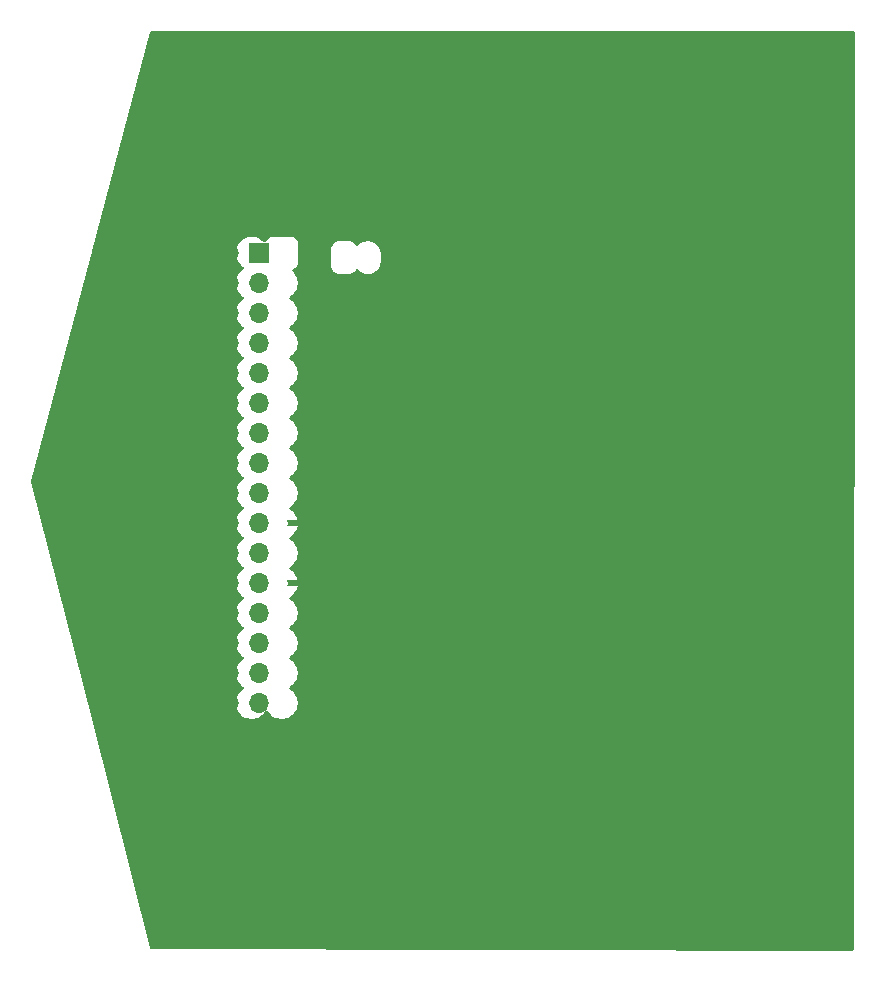
<source format=gbr>
%TF.GenerationSoftware,KiCad,Pcbnew,9.0.0*%
%TF.CreationDate,2025-03-27T23:40:49+02:00*%
%TF.ProjectId,EEE3088F Micromouse Design,45454533-3038-4384-9620-4d6963726f6d,rev?*%
%TF.SameCoordinates,Original*%
%TF.FileFunction,Copper,L2,Bot*%
%TF.FilePolarity,Positive*%
%FSLAX46Y46*%
G04 Gerber Fmt 4.6, Leading zero omitted, Abs format (unit mm)*
G04 Created by KiCad (PCBNEW 9.0.0) date 2025-03-27 23:40:49*
%MOMM*%
%LPD*%
G01*
G04 APERTURE LIST*
G04 Aperture macros list*
%AMRoundRect*
0 Rectangle with rounded corners*
0 $1 Rounding radius*
0 $2 $3 $4 $5 $6 $7 $8 $9 X,Y pos of 4 corners*
0 Add a 4 corners polygon primitive as box body*
4,1,4,$2,$3,$4,$5,$6,$7,$8,$9,$2,$3,0*
0 Add four circle primitives for the rounded corners*
1,1,$1+$1,$2,$3*
1,1,$1+$1,$4,$5*
1,1,$1+$1,$6,$7*
1,1,$1+$1,$8,$9*
0 Add four rect primitives between the rounded corners*
20,1,$1+$1,$2,$3,$4,$5,0*
20,1,$1+$1,$4,$5,$6,$7,0*
20,1,$1+$1,$6,$7,$8,$9,0*
20,1,$1+$1,$8,$9,$2,$3,0*%
G04 Aperture macros list end*
%TA.AperFunction,HeatsinkPad*%
%ADD10C,0.500000*%
%TD*%
%TA.AperFunction,HeatsinkPad*%
%ADD11R,1.900000X2.900000*%
%TD*%
%TA.AperFunction,ComponentPad*%
%ADD12O,0.900000X2.000000*%
%TD*%
%TA.AperFunction,ComponentPad*%
%ADD13O,0.900000X1.700000*%
%TD*%
%TA.AperFunction,ComponentPad*%
%ADD14O,1.700000X1.700000*%
%TD*%
%TA.AperFunction,ComponentPad*%
%ADD15R,1.700000X1.700000*%
%TD*%
%TA.AperFunction,ComponentPad*%
%ADD16O,1.750000X1.200000*%
%TD*%
%TA.AperFunction,ComponentPad*%
%ADD17RoundRect,0.250000X0.625000X-0.350000X0.625000X0.350000X-0.625000X0.350000X-0.625000X-0.350000X0*%
%TD*%
G04 APERTURE END LIST*
D10*
%TO.P,U15,9,EPAD*%
%TO.N,GND*%
X100912500Y-123515000D03*
X100912500Y-124715000D03*
X100912500Y-125915000D03*
D11*
X101612500Y-124715000D03*
D10*
X102312500Y-123515000D03*
X102312500Y-124715000D03*
X102312500Y-125915000D03*
%TD*%
D12*
%TO.P,J3,S1,SHIELD*%
%TO.N,GND*%
X113586000Y-120350000D03*
%TO.P,J3,S2,SHIELD*%
X122236000Y-120350000D03*
D13*
%TO.P,J3,S3,SHIELD*%
X113586000Y-124520000D03*
%TO.P,J3,S4,SHIELD*%
X122236000Y-124520000D03*
%TD*%
D14*
%TO.P,J1,32,Pin_32*%
%TO.N,/MOTOR1_A_OUT*%
X74440000Y-126890000D03*
%TO.P,J1,31,Pin_31*%
%TO.N,/MOTOR1_B_OUT*%
X76980000Y-126890000D03*
%TO.P,J1,30,Pin_30*%
%TO.N,/MOTOR1_CTRL2*%
X74440000Y-124350000D03*
%TO.P,J1,29,Pin_29*%
%TO.N,/MOTOR3_B_OUT*%
X76980000Y-124350000D03*
%TO.P,J1,28,Pin_28*%
%TO.N,/MOTOR1_CTRL1*%
X74440000Y-121810000D03*
%TO.P,J1,27,Pin_27*%
%TO.N,/MOTOR3_A_OUT*%
X76980000Y-121810000D03*
%TO.P,J1,26,Pin_26*%
%TO.N,/MOTOR3_CTRL2*%
X74440000Y-119270000D03*
%TO.P,J1,25,Pin_25*%
%TO.N,/CTRL_EXT_LOAD1*%
X76980000Y-119270000D03*
%TO.P,J1,24,Pin_24*%
%TO.N,/MOTOR3_CTRL1*%
X74440000Y-116730000D03*
%TO.P,J1,23,Pin_23*%
%TO.N,GND*%
X76980000Y-116730000D03*
%TO.P,J1,22,Pin_22*%
%TO.N,/HV*%
X74440000Y-114190000D03*
%TO.P,J1,21,Pin_21*%
%TO.N,/EXT_LOAD1_OUT*%
X76980000Y-114190000D03*
%TO.P,J1,20,Pin_20*%
%TO.N,/5V Out*%
X74440000Y-111650000D03*
%TO.P,J1,19,Pin_19*%
%TO.N,GND*%
X76980000Y-111650000D03*
%TO.P,J1,18,Pin_18*%
%TO.N,/3V3 Out*%
X74440000Y-109110000D03*
%TO.P,J1,17,Pin_17*%
%TO.N,/SDA_INA219*%
X76980000Y-109110000D03*
%TO.P,J1,16,Pin_16*%
%TO.N,/SCLK_INA219*%
X74440000Y-106570000D03*
%TO.P,J1,15,Pin_15*%
%TO.N,unconnected-(J1-Pin_15-Pad15)*%
X76980000Y-106570000D03*
%TO.P,J1,14,Pin_14*%
%TO.N,/V_Battery+*%
X74440000Y-104030000D03*
%TO.P,J1,13,Pin_13*%
%TO.N,/FAST_CHARGE_CTRL*%
X76980000Y-104030000D03*
%TO.P,J1,12,Pin_12*%
%TO.N,unconnected-(J1-Pin_12-Pad12)*%
X74440000Y-101490000D03*
%TO.P,J1,11,Pin_11*%
%TO.N,/EXT_LOAD2_OUT*%
X76980000Y-101490000D03*
%TO.P,J1,10,Pin_10*%
%TO.N,/MOTOR4_CTRL2*%
X74440000Y-98950000D03*
%TO.P,J1,9,Pin_9*%
%TO.N,unconnected-(J1-Pin_9-Pad9)*%
X76980000Y-98950000D03*
%TO.P,J1,8,Pin_8*%
%TO.N,/MOTOR4_CTRL1*%
X74440000Y-96410000D03*
%TO.P,J1,7,Pin_7*%
%TO.N,/CTRL_EXT_LOAD2*%
X76980000Y-96410000D03*
%TO.P,J1,6,Pin_6*%
%TO.N,/MOTOR2_CTRL2*%
X74440000Y-93870000D03*
%TO.P,J1,5,Pin_5*%
%TO.N,/Motor4_B_OUT*%
X76980000Y-93870000D03*
%TO.P,J1,4,Pin_4*%
%TO.N,/MOTOR2_CTRL1*%
X74440000Y-91330000D03*
%TO.P,J1,3,Pin_3*%
%TO.N,/Motor4_A_OUT*%
X76980000Y-91330000D03*
%TO.P,J1,2,Pin_2*%
%TO.N,/Motor2_A_OUT*%
X74440000Y-88790000D03*
D15*
%TO.P,J1,1,Pin_1*%
%TO.N,/Motor2_B_OUT*%
X76980000Y-88790000D03*
%TD*%
D16*
%TO.P,J2,2,Pin_2*%
%TO.N,/V_Battery-*%
X67490000Y-105240000D03*
D17*
%TO.P,J2,1,Pin_1*%
%TO.N,/V_Battery+*%
X67490000Y-107240000D03*
%TD*%
%TA.AperFunction,Conductor*%
%TO.N,GND*%
G36*
X127343007Y-70019685D02*
G01*
X127388762Y-70072489D01*
X127399968Y-70124032D01*
X127380031Y-147765844D01*
X127360329Y-147832878D01*
X127307513Y-147878620D01*
X127255844Y-147889812D01*
X67896217Y-147800145D01*
X67829207Y-147780359D01*
X67783532Y-147727486D01*
X67776243Y-147706761D01*
X62824017Y-128270500D01*
X57707951Y-108191205D01*
X57708239Y-108128867D01*
X62348885Y-90595499D01*
X62846947Y-88713713D01*
X75019500Y-88713713D01*
X75019500Y-88926287D01*
X75052754Y-89136243D01*
X75067720Y-89182304D01*
X75118444Y-89338414D01*
X75214951Y-89527820D01*
X75339890Y-89699786D01*
X75490213Y-89850109D01*
X75662182Y-89975050D01*
X75670946Y-89979516D01*
X75721742Y-90027491D01*
X75738536Y-90095312D01*
X75715998Y-90161447D01*
X75670946Y-90200484D01*
X75662182Y-90204949D01*
X75490213Y-90329890D01*
X75339890Y-90480213D01*
X75214951Y-90652179D01*
X75118444Y-90841585D01*
X75052753Y-91043760D01*
X75019500Y-91253713D01*
X75019500Y-91466286D01*
X75052753Y-91676239D01*
X75118444Y-91878414D01*
X75214951Y-92067820D01*
X75339890Y-92239786D01*
X75490213Y-92390109D01*
X75662182Y-92515050D01*
X75670946Y-92519516D01*
X75721742Y-92567491D01*
X75738536Y-92635312D01*
X75715998Y-92701447D01*
X75670946Y-92740484D01*
X75662182Y-92744949D01*
X75490213Y-92869890D01*
X75339890Y-93020213D01*
X75214951Y-93192179D01*
X75118444Y-93381585D01*
X75052753Y-93583760D01*
X75019500Y-93793713D01*
X75019500Y-94006286D01*
X75052753Y-94216239D01*
X75118444Y-94418414D01*
X75214951Y-94607820D01*
X75339890Y-94779786D01*
X75490213Y-94930109D01*
X75662182Y-95055050D01*
X75670946Y-95059516D01*
X75721742Y-95107491D01*
X75738536Y-95175312D01*
X75715998Y-95241447D01*
X75670946Y-95280484D01*
X75662182Y-95284949D01*
X75490213Y-95409890D01*
X75339890Y-95560213D01*
X75214951Y-95732179D01*
X75118444Y-95921585D01*
X75052753Y-96123760D01*
X75019500Y-96333713D01*
X75019500Y-96546286D01*
X75052753Y-96756239D01*
X75118444Y-96958414D01*
X75214951Y-97147820D01*
X75339890Y-97319786D01*
X75490213Y-97470109D01*
X75662182Y-97595050D01*
X75670946Y-97599516D01*
X75721742Y-97647491D01*
X75738536Y-97715312D01*
X75715998Y-97781447D01*
X75670946Y-97820484D01*
X75662182Y-97824949D01*
X75490213Y-97949890D01*
X75339890Y-98100213D01*
X75214951Y-98272179D01*
X75118444Y-98461585D01*
X75052753Y-98663760D01*
X75019500Y-98873713D01*
X75019500Y-99086286D01*
X75052753Y-99296239D01*
X75118444Y-99498414D01*
X75214951Y-99687820D01*
X75339890Y-99859786D01*
X75490213Y-100010109D01*
X75662182Y-100135050D01*
X75670946Y-100139516D01*
X75721742Y-100187491D01*
X75738536Y-100255312D01*
X75715998Y-100321447D01*
X75670946Y-100360484D01*
X75662182Y-100364949D01*
X75490213Y-100489890D01*
X75339890Y-100640213D01*
X75214951Y-100812179D01*
X75118444Y-101001585D01*
X75052753Y-101203760D01*
X75019500Y-101413713D01*
X75019500Y-101626286D01*
X75052753Y-101836239D01*
X75118444Y-102038414D01*
X75214951Y-102227820D01*
X75339890Y-102399786D01*
X75490213Y-102550109D01*
X75662182Y-102675050D01*
X75670946Y-102679516D01*
X75721742Y-102727491D01*
X75738536Y-102795312D01*
X75715998Y-102861447D01*
X75670946Y-102900484D01*
X75662182Y-102904949D01*
X75490213Y-103029890D01*
X75339890Y-103180213D01*
X75214951Y-103352179D01*
X75118444Y-103541585D01*
X75052753Y-103743760D01*
X75019500Y-103953713D01*
X75019500Y-104166286D01*
X75052753Y-104376239D01*
X75118444Y-104578414D01*
X75214951Y-104767820D01*
X75339890Y-104939786D01*
X75490213Y-105090109D01*
X75662182Y-105215050D01*
X75670946Y-105219516D01*
X75721742Y-105267491D01*
X75738536Y-105335312D01*
X75715998Y-105401447D01*
X75670946Y-105440484D01*
X75662182Y-105444949D01*
X75490213Y-105569890D01*
X75339890Y-105720213D01*
X75214951Y-105892179D01*
X75118444Y-106081585D01*
X75052753Y-106283760D01*
X75019500Y-106493713D01*
X75019500Y-106706286D01*
X75052753Y-106916239D01*
X75118444Y-107118414D01*
X75214951Y-107307820D01*
X75339890Y-107479786D01*
X75490213Y-107630109D01*
X75662182Y-107755050D01*
X75670946Y-107759516D01*
X75721742Y-107807491D01*
X75738536Y-107875312D01*
X75715998Y-107941447D01*
X75670946Y-107980484D01*
X75662182Y-107984949D01*
X75490213Y-108109890D01*
X75339890Y-108260213D01*
X75214951Y-108432179D01*
X75118444Y-108621585D01*
X75052753Y-108823760D01*
X75019500Y-109033713D01*
X75019500Y-109246286D01*
X75052753Y-109456239D01*
X75118444Y-109658414D01*
X75214951Y-109847820D01*
X75339890Y-110019786D01*
X75490213Y-110170109D01*
X75662182Y-110295050D01*
X75670946Y-110299516D01*
X75721742Y-110347491D01*
X75738536Y-110415312D01*
X75715998Y-110481447D01*
X75670946Y-110520484D01*
X75662182Y-110524949D01*
X75490213Y-110649890D01*
X75339890Y-110800213D01*
X75214951Y-110972179D01*
X75118444Y-111161585D01*
X75052753Y-111363760D01*
X75019500Y-111573713D01*
X75019500Y-111786286D01*
X75052753Y-111996239D01*
X75118444Y-112198414D01*
X75214951Y-112387820D01*
X75339890Y-112559786D01*
X75490213Y-112710109D01*
X75662182Y-112835050D01*
X75670946Y-112839516D01*
X75721742Y-112887491D01*
X75738536Y-112955312D01*
X75715998Y-113021447D01*
X75670946Y-113060484D01*
X75662182Y-113064949D01*
X75490213Y-113189890D01*
X75339890Y-113340213D01*
X75214951Y-113512179D01*
X75118444Y-113701585D01*
X75052753Y-113903760D01*
X75019500Y-114113713D01*
X75019500Y-114326286D01*
X75052753Y-114536239D01*
X75118444Y-114738414D01*
X75214951Y-114927820D01*
X75339890Y-115099786D01*
X75490213Y-115250109D01*
X75662182Y-115375050D01*
X75670946Y-115379516D01*
X75721742Y-115427491D01*
X75738536Y-115495312D01*
X75715998Y-115561447D01*
X75670946Y-115600484D01*
X75662182Y-115604949D01*
X75490213Y-115729890D01*
X75339890Y-115880213D01*
X75214951Y-116052179D01*
X75118444Y-116241585D01*
X75052753Y-116443760D01*
X75019500Y-116653713D01*
X75019500Y-116866286D01*
X75052753Y-117076239D01*
X75118444Y-117278414D01*
X75214951Y-117467820D01*
X75339890Y-117639786D01*
X75490213Y-117790109D01*
X75662182Y-117915050D01*
X75670946Y-117919516D01*
X75721742Y-117967491D01*
X75738536Y-118035312D01*
X75715998Y-118101447D01*
X75670946Y-118140484D01*
X75662182Y-118144949D01*
X75490213Y-118269890D01*
X75339890Y-118420213D01*
X75214951Y-118592179D01*
X75118444Y-118781585D01*
X75052753Y-118983760D01*
X75019500Y-119193713D01*
X75019500Y-119406286D01*
X75052753Y-119616239D01*
X75118444Y-119818414D01*
X75214951Y-120007820D01*
X75339890Y-120179786D01*
X75490213Y-120330109D01*
X75662182Y-120455050D01*
X75670946Y-120459516D01*
X75721742Y-120507491D01*
X75738536Y-120575312D01*
X75715998Y-120641447D01*
X75670946Y-120680484D01*
X75662182Y-120684949D01*
X75490213Y-120809890D01*
X75339890Y-120960213D01*
X75214951Y-121132179D01*
X75118444Y-121321585D01*
X75052753Y-121523760D01*
X75019500Y-121733713D01*
X75019500Y-121946286D01*
X75052753Y-122156239D01*
X75118444Y-122358414D01*
X75214951Y-122547820D01*
X75339890Y-122719786D01*
X75490213Y-122870109D01*
X75662182Y-122995050D01*
X75670946Y-122999516D01*
X75721742Y-123047491D01*
X75738536Y-123115312D01*
X75715998Y-123181447D01*
X75670946Y-123220484D01*
X75662182Y-123224949D01*
X75490213Y-123349890D01*
X75339890Y-123500213D01*
X75214951Y-123672179D01*
X75118444Y-123861585D01*
X75052753Y-124063760D01*
X75019500Y-124273713D01*
X75019500Y-124486286D01*
X75052753Y-124696239D01*
X75118444Y-124898414D01*
X75214951Y-125087820D01*
X75339890Y-125259786D01*
X75490213Y-125410109D01*
X75662182Y-125535050D01*
X75670946Y-125539516D01*
X75721742Y-125587491D01*
X75738536Y-125655312D01*
X75715998Y-125721447D01*
X75670946Y-125760484D01*
X75662182Y-125764949D01*
X75490213Y-125889890D01*
X75339890Y-126040213D01*
X75214951Y-126212179D01*
X75118444Y-126401585D01*
X75052753Y-126603760D01*
X75019500Y-126813713D01*
X75019500Y-127026286D01*
X75052753Y-127236239D01*
X75118444Y-127438414D01*
X75214951Y-127627820D01*
X75339890Y-127799786D01*
X75490213Y-127950109D01*
X75662179Y-128075048D01*
X75662181Y-128075049D01*
X75662184Y-128075051D01*
X75851588Y-128171557D01*
X76053757Y-128237246D01*
X76263713Y-128270500D01*
X76263714Y-128270500D01*
X76476286Y-128270500D01*
X76476287Y-128270500D01*
X76686243Y-128237246D01*
X76888412Y-128171557D01*
X77077816Y-128075051D01*
X77099789Y-128059086D01*
X77249786Y-127950109D01*
X77249788Y-127950106D01*
X77249792Y-127950104D01*
X77400104Y-127799792D01*
X77400106Y-127799788D01*
X77400109Y-127799786D01*
X77525048Y-127627820D01*
X77525047Y-127627820D01*
X77525051Y-127627816D01*
X77529514Y-127619054D01*
X77577488Y-127568259D01*
X77645308Y-127551463D01*
X77711444Y-127573999D01*
X77750486Y-127619056D01*
X77754951Y-127627820D01*
X77879890Y-127799786D01*
X78030213Y-127950109D01*
X78202179Y-128075048D01*
X78202181Y-128075049D01*
X78202184Y-128075051D01*
X78391588Y-128171557D01*
X78593757Y-128237246D01*
X78803713Y-128270500D01*
X78803714Y-128270500D01*
X79016286Y-128270500D01*
X79016287Y-128270500D01*
X79226243Y-128237246D01*
X79428412Y-128171557D01*
X79617816Y-128075051D01*
X79639789Y-128059086D01*
X79789786Y-127950109D01*
X79789788Y-127950106D01*
X79789792Y-127950104D01*
X79940104Y-127799792D01*
X79940106Y-127799788D01*
X79940109Y-127799786D01*
X80065048Y-127627820D01*
X80065047Y-127627820D01*
X80065051Y-127627816D01*
X80161557Y-127438412D01*
X80227246Y-127236243D01*
X80260500Y-127026287D01*
X80260500Y-126813713D01*
X80227246Y-126603757D01*
X80161557Y-126401588D01*
X80065051Y-126212184D01*
X80065049Y-126212181D01*
X80065048Y-126212179D01*
X79940109Y-126040213D01*
X79789786Y-125889890D01*
X79617820Y-125764951D01*
X79617115Y-125764591D01*
X79609054Y-125760485D01*
X79558259Y-125712512D01*
X79541463Y-125644692D01*
X79563999Y-125578556D01*
X79609054Y-125539515D01*
X79617816Y-125535051D01*
X79639789Y-125519086D01*
X79789786Y-125410109D01*
X79789788Y-125410106D01*
X79789792Y-125410104D01*
X79940104Y-125259792D01*
X79940106Y-125259788D01*
X79940109Y-125259786D01*
X80065048Y-125087820D01*
X80065047Y-125087820D01*
X80065051Y-125087816D01*
X80161557Y-124898412D01*
X80227246Y-124696243D01*
X80260500Y-124486287D01*
X80260500Y-124273713D01*
X80227246Y-124063757D01*
X80161557Y-123861588D01*
X80065051Y-123672184D01*
X80065049Y-123672181D01*
X80065048Y-123672179D01*
X79940109Y-123500213D01*
X79789786Y-123349890D01*
X79617820Y-123224951D01*
X79617115Y-123224591D01*
X79609054Y-123220485D01*
X79558259Y-123172512D01*
X79541463Y-123104692D01*
X79563999Y-123038556D01*
X79609054Y-122999515D01*
X79617816Y-122995051D01*
X79639789Y-122979086D01*
X79789786Y-122870109D01*
X79789788Y-122870106D01*
X79789792Y-122870104D01*
X79940104Y-122719792D01*
X79940106Y-122719788D01*
X79940109Y-122719786D01*
X80065048Y-122547820D01*
X80065047Y-122547820D01*
X80065051Y-122547816D01*
X80161557Y-122358412D01*
X80227246Y-122156243D01*
X80260500Y-121946287D01*
X80260500Y-121733713D01*
X80227246Y-121523757D01*
X80161557Y-121321588D01*
X80065051Y-121132184D01*
X80065049Y-121132181D01*
X80065048Y-121132179D01*
X79940109Y-120960213D01*
X79789786Y-120809890D01*
X79617820Y-120684951D01*
X79617115Y-120684591D01*
X79609054Y-120680485D01*
X79558259Y-120632512D01*
X79541463Y-120564692D01*
X79563999Y-120498556D01*
X79609054Y-120459515D01*
X79617816Y-120455051D01*
X79639789Y-120439086D01*
X79789786Y-120330109D01*
X79789788Y-120330106D01*
X79789792Y-120330104D01*
X79940104Y-120179792D01*
X79940106Y-120179788D01*
X79940109Y-120179786D01*
X80065048Y-120007820D01*
X80065047Y-120007820D01*
X80065051Y-120007816D01*
X80161557Y-119818412D01*
X80227246Y-119616243D01*
X80260500Y-119406287D01*
X80260500Y-119193713D01*
X80227246Y-118983757D01*
X80161557Y-118781588D01*
X80065051Y-118592184D01*
X80065049Y-118592181D01*
X80065048Y-118592179D01*
X79940109Y-118420213D01*
X79789786Y-118269890D01*
X79617817Y-118144949D01*
X79608504Y-118140204D01*
X79557707Y-118092230D01*
X79540912Y-118024409D01*
X79563449Y-117958274D01*
X79608507Y-117919232D01*
X79617558Y-117914620D01*
X79789459Y-117789727D01*
X79789464Y-117789723D01*
X79939723Y-117639464D01*
X79939727Y-117639459D01*
X80064620Y-117467557D01*
X80161095Y-117278217D01*
X80226757Y-117076129D01*
X80226757Y-117076126D01*
X80237231Y-117010000D01*
X79343012Y-117010000D01*
X79375925Y-116952993D01*
X79410000Y-116825826D01*
X79410000Y-116694174D01*
X79375925Y-116567007D01*
X79343012Y-116510000D01*
X80237231Y-116510000D01*
X80226757Y-116443873D01*
X80226757Y-116443870D01*
X80161095Y-116241782D01*
X80064620Y-116052442D01*
X79939727Y-115880540D01*
X79939723Y-115880535D01*
X79789464Y-115730276D01*
X79789459Y-115730272D01*
X79617555Y-115605377D01*
X79608500Y-115600763D01*
X79557706Y-115552788D01*
X79540912Y-115484966D01*
X79563451Y-115418832D01*
X79608508Y-115379793D01*
X79617816Y-115375051D01*
X79697007Y-115317515D01*
X79789786Y-115250109D01*
X79789788Y-115250106D01*
X79789792Y-115250104D01*
X79940104Y-115099792D01*
X79940106Y-115099788D01*
X79940109Y-115099786D01*
X80065048Y-114927820D01*
X80065047Y-114927820D01*
X80065051Y-114927816D01*
X80161557Y-114738412D01*
X80227246Y-114536243D01*
X80260500Y-114326287D01*
X80260500Y-114113713D01*
X80227246Y-113903757D01*
X80161557Y-113701588D01*
X80065051Y-113512184D01*
X80065049Y-113512181D01*
X80065048Y-113512179D01*
X79940109Y-113340213D01*
X79789786Y-113189890D01*
X79617817Y-113064949D01*
X79608504Y-113060204D01*
X79557707Y-113012230D01*
X79540912Y-112944409D01*
X79563449Y-112878274D01*
X79608507Y-112839232D01*
X79617558Y-112834620D01*
X79789459Y-112709727D01*
X79789464Y-112709723D01*
X79939723Y-112559464D01*
X79939727Y-112559459D01*
X80064620Y-112387557D01*
X80161095Y-112198217D01*
X80226757Y-111996129D01*
X80226757Y-111996126D01*
X80237231Y-111930000D01*
X79343012Y-111930000D01*
X79375925Y-111872993D01*
X79410000Y-111745826D01*
X79410000Y-111614174D01*
X79375925Y-111487007D01*
X79343012Y-111430000D01*
X80237231Y-111430000D01*
X80226757Y-111363873D01*
X80226757Y-111363870D01*
X80161095Y-111161782D01*
X80064620Y-110972442D01*
X79939727Y-110800540D01*
X79939723Y-110800535D01*
X79789464Y-110650276D01*
X79789459Y-110650272D01*
X79617555Y-110525377D01*
X79608500Y-110520763D01*
X79557706Y-110472788D01*
X79540912Y-110404966D01*
X79563451Y-110338832D01*
X79608508Y-110299793D01*
X79617816Y-110295051D01*
X79697007Y-110237515D01*
X79789786Y-110170109D01*
X79789788Y-110170106D01*
X79789792Y-110170104D01*
X79940104Y-110019792D01*
X79940106Y-110019788D01*
X79940109Y-110019786D01*
X80065048Y-109847820D01*
X80065047Y-109847820D01*
X80065051Y-109847816D01*
X80161557Y-109658412D01*
X80227246Y-109456243D01*
X80260500Y-109246287D01*
X80260500Y-109033713D01*
X80227246Y-108823757D01*
X80161557Y-108621588D01*
X80065051Y-108432184D01*
X80065049Y-108432181D01*
X80065048Y-108432179D01*
X79940109Y-108260213D01*
X79789786Y-108109890D01*
X79617820Y-107984951D01*
X79617115Y-107984591D01*
X79609054Y-107980485D01*
X79558259Y-107932512D01*
X79541463Y-107864692D01*
X79563999Y-107798556D01*
X79609054Y-107759515D01*
X79617816Y-107755051D01*
X79639789Y-107739086D01*
X79789786Y-107630109D01*
X79789788Y-107630106D01*
X79789792Y-107630104D01*
X79940104Y-107479792D01*
X79940106Y-107479788D01*
X79940109Y-107479786D01*
X80065048Y-107307820D01*
X80065047Y-107307820D01*
X80065051Y-107307816D01*
X80161557Y-107118412D01*
X80227246Y-106916243D01*
X80260500Y-106706287D01*
X80260500Y-106493713D01*
X80227246Y-106283757D01*
X80161557Y-106081588D01*
X80065051Y-105892184D01*
X80065049Y-105892181D01*
X80065048Y-105892179D01*
X79940109Y-105720213D01*
X79789786Y-105569890D01*
X79617820Y-105444951D01*
X79617115Y-105444591D01*
X79609054Y-105440485D01*
X79558259Y-105392512D01*
X79541463Y-105324692D01*
X79563999Y-105258556D01*
X79609054Y-105219515D01*
X79617816Y-105215051D01*
X79639789Y-105199086D01*
X79789786Y-105090109D01*
X79789788Y-105090106D01*
X79789792Y-105090104D01*
X79940104Y-104939792D01*
X79940106Y-104939788D01*
X79940109Y-104939786D01*
X80065048Y-104767820D01*
X80065047Y-104767820D01*
X80065051Y-104767816D01*
X80161557Y-104578412D01*
X80227246Y-104376243D01*
X80260500Y-104166287D01*
X80260500Y-103953713D01*
X80227246Y-103743757D01*
X80161557Y-103541588D01*
X80065051Y-103352184D01*
X80065049Y-103352181D01*
X80065048Y-103352179D01*
X79940109Y-103180213D01*
X79789786Y-103029890D01*
X79617820Y-102904951D01*
X79617115Y-102904591D01*
X79609054Y-102900485D01*
X79558259Y-102852512D01*
X79541463Y-102784692D01*
X79563999Y-102718556D01*
X79609054Y-102679515D01*
X79617816Y-102675051D01*
X79639789Y-102659086D01*
X79789786Y-102550109D01*
X79789788Y-102550106D01*
X79789792Y-102550104D01*
X79940104Y-102399792D01*
X79940106Y-102399788D01*
X79940109Y-102399786D01*
X80065048Y-102227820D01*
X80065047Y-102227820D01*
X80065051Y-102227816D01*
X80161557Y-102038412D01*
X80227246Y-101836243D01*
X80260500Y-101626287D01*
X80260500Y-101413713D01*
X80227246Y-101203757D01*
X80161557Y-101001588D01*
X80065051Y-100812184D01*
X80065049Y-100812181D01*
X80065048Y-100812179D01*
X79940109Y-100640213D01*
X79789786Y-100489890D01*
X79617820Y-100364951D01*
X79617115Y-100364591D01*
X79609054Y-100360485D01*
X79558259Y-100312512D01*
X79541463Y-100244692D01*
X79563999Y-100178556D01*
X79609054Y-100139515D01*
X79617816Y-100135051D01*
X79639789Y-100119086D01*
X79789786Y-100010109D01*
X79789788Y-100010106D01*
X79789792Y-100010104D01*
X79940104Y-99859792D01*
X79940106Y-99859788D01*
X79940109Y-99859786D01*
X80065048Y-99687820D01*
X80065047Y-99687820D01*
X80065051Y-99687816D01*
X80161557Y-99498412D01*
X80227246Y-99296243D01*
X80260500Y-99086287D01*
X80260500Y-98873713D01*
X80227246Y-98663757D01*
X80161557Y-98461588D01*
X80065051Y-98272184D01*
X80065049Y-98272181D01*
X80065048Y-98272179D01*
X79940109Y-98100213D01*
X79789786Y-97949890D01*
X79617820Y-97824951D01*
X79617115Y-97824591D01*
X79609054Y-97820485D01*
X79558259Y-97772512D01*
X79541463Y-97704692D01*
X79563999Y-97638556D01*
X79609054Y-97599515D01*
X79617816Y-97595051D01*
X79639789Y-97579086D01*
X79789786Y-97470109D01*
X79789788Y-97470106D01*
X79789792Y-97470104D01*
X79940104Y-97319792D01*
X79940106Y-97319788D01*
X79940109Y-97319786D01*
X80065048Y-97147820D01*
X80065047Y-97147820D01*
X80065051Y-97147816D01*
X80161557Y-96958412D01*
X80227246Y-96756243D01*
X80260500Y-96546287D01*
X80260500Y-96333713D01*
X80227246Y-96123757D01*
X80161557Y-95921588D01*
X80065051Y-95732184D01*
X80065049Y-95732181D01*
X80065048Y-95732179D01*
X79940109Y-95560213D01*
X79789786Y-95409890D01*
X79617820Y-95284951D01*
X79617115Y-95284591D01*
X79609054Y-95280485D01*
X79558259Y-95232512D01*
X79541463Y-95164692D01*
X79563999Y-95098556D01*
X79609054Y-95059515D01*
X79617816Y-95055051D01*
X79639789Y-95039086D01*
X79789786Y-94930109D01*
X79789788Y-94930106D01*
X79789792Y-94930104D01*
X79940104Y-94779792D01*
X79940106Y-94779788D01*
X79940109Y-94779786D01*
X80065048Y-94607820D01*
X80065047Y-94607820D01*
X80065051Y-94607816D01*
X80161557Y-94418412D01*
X80227246Y-94216243D01*
X80260500Y-94006287D01*
X80260500Y-93793713D01*
X80227246Y-93583757D01*
X80161557Y-93381588D01*
X80065051Y-93192184D01*
X80065049Y-93192181D01*
X80065048Y-93192179D01*
X79940109Y-93020213D01*
X79789786Y-92869890D01*
X79617820Y-92744951D01*
X79617115Y-92744591D01*
X79609054Y-92740485D01*
X79558259Y-92692512D01*
X79541463Y-92624692D01*
X79563999Y-92558556D01*
X79609054Y-92519515D01*
X79617816Y-92515051D01*
X79639789Y-92499086D01*
X79789786Y-92390109D01*
X79789788Y-92390106D01*
X79789792Y-92390104D01*
X79940104Y-92239792D01*
X79940106Y-92239788D01*
X79940109Y-92239786D01*
X80065048Y-92067820D01*
X80065047Y-92067820D01*
X80065051Y-92067816D01*
X80161557Y-91878412D01*
X80227246Y-91676243D01*
X80260500Y-91466287D01*
X80260500Y-91253713D01*
X80227246Y-91043757D01*
X80161557Y-90841588D01*
X80065051Y-90652184D01*
X80065049Y-90652181D01*
X80065048Y-90652179D01*
X79940109Y-90480213D01*
X79826569Y-90366673D01*
X79793084Y-90305350D01*
X79798068Y-90235658D01*
X79839940Y-90179725D01*
X79870915Y-90162810D01*
X80002331Y-90113796D01*
X80117546Y-90027546D01*
X80203796Y-89912331D01*
X80254091Y-89777483D01*
X80260500Y-89717873D01*
X80260499Y-88544983D01*
X83069500Y-88544983D01*
X83069500Y-89895001D01*
X83069501Y-89895018D01*
X83080000Y-89997796D01*
X83080001Y-89997799D01*
X83135185Y-90164331D01*
X83135187Y-90164336D01*
X83157483Y-90200484D01*
X83227288Y-90313656D01*
X83351344Y-90437712D01*
X83500666Y-90529814D01*
X83667203Y-90584999D01*
X83769991Y-90595500D01*
X84570008Y-90595499D01*
X84570016Y-90595498D01*
X84570019Y-90595498D01*
X84626302Y-90589748D01*
X84672797Y-90584999D01*
X84839334Y-90529814D01*
X84988656Y-90437712D01*
X85112712Y-90313656D01*
X85152310Y-90249456D01*
X85204258Y-90202732D01*
X85273220Y-90191509D01*
X85337303Y-90219352D01*
X85345530Y-90226872D01*
X85453072Y-90334414D01*
X85593212Y-90436232D01*
X85747555Y-90514873D01*
X85912299Y-90568402D01*
X86083389Y-90595500D01*
X86083390Y-90595500D01*
X86256610Y-90595500D01*
X86256611Y-90595500D01*
X86427701Y-90568402D01*
X86592445Y-90514873D01*
X86746788Y-90436232D01*
X86886928Y-90334414D01*
X87009414Y-90211928D01*
X87111232Y-90071788D01*
X87189873Y-89917445D01*
X87243402Y-89752701D01*
X87270500Y-89581611D01*
X87270500Y-88858389D01*
X87243402Y-88687299D01*
X87189873Y-88522555D01*
X87111232Y-88368212D01*
X87009414Y-88228072D01*
X86886928Y-88105586D01*
X86746788Y-88003768D01*
X86592445Y-87925127D01*
X86427701Y-87871598D01*
X86427699Y-87871597D01*
X86427698Y-87871597D01*
X86296271Y-87850781D01*
X86256611Y-87844500D01*
X86083389Y-87844500D01*
X86043728Y-87850781D01*
X85912302Y-87871597D01*
X85747552Y-87925128D01*
X85593211Y-88003768D01*
X85453073Y-88105585D01*
X85345530Y-88213128D01*
X85284207Y-88246612D01*
X85214515Y-88241628D01*
X85158582Y-88199756D01*
X85152310Y-88190543D01*
X85145680Y-88179794D01*
X85112712Y-88126344D01*
X84988656Y-88002288D01*
X84863559Y-87925128D01*
X84839336Y-87910187D01*
X84839331Y-87910185D01*
X84818946Y-87903430D01*
X84672797Y-87855001D01*
X84672795Y-87855000D01*
X84570010Y-87844500D01*
X83769998Y-87844500D01*
X83769980Y-87844501D01*
X83667203Y-87855000D01*
X83667200Y-87855001D01*
X83500668Y-87910185D01*
X83500663Y-87910187D01*
X83351342Y-88002289D01*
X83227289Y-88126342D01*
X83135187Y-88275663D01*
X83135186Y-88275666D01*
X83080001Y-88442203D01*
X83080001Y-88442204D01*
X83080000Y-88442204D01*
X83069500Y-88544983D01*
X80260499Y-88544983D01*
X80260499Y-87922128D01*
X80254091Y-87862517D01*
X80252810Y-87859083D01*
X80203797Y-87727671D01*
X80203793Y-87727664D01*
X80117547Y-87612455D01*
X80117544Y-87612452D01*
X80002335Y-87526206D01*
X80002328Y-87526202D01*
X79867482Y-87475908D01*
X79867483Y-87475908D01*
X79807883Y-87469501D01*
X79807881Y-87469500D01*
X79807873Y-87469500D01*
X79807864Y-87469500D01*
X78012129Y-87469500D01*
X78012123Y-87469501D01*
X77952516Y-87475908D01*
X77817671Y-87526202D01*
X77817664Y-87526206D01*
X77702455Y-87612452D01*
X77702452Y-87612455D01*
X77616206Y-87727664D01*
X77616203Y-87727669D01*
X77567189Y-87859083D01*
X77525317Y-87915016D01*
X77459853Y-87939433D01*
X77391580Y-87924581D01*
X77363326Y-87903430D01*
X77249786Y-87789890D01*
X77077820Y-87664951D01*
X76888414Y-87568444D01*
X76888413Y-87568443D01*
X76888412Y-87568443D01*
X76686243Y-87502754D01*
X76686241Y-87502753D01*
X76686240Y-87502753D01*
X76524957Y-87477208D01*
X76476287Y-87469500D01*
X76263713Y-87469500D01*
X76215042Y-87477208D01*
X76053760Y-87502753D01*
X75851585Y-87568444D01*
X75662179Y-87664951D01*
X75490213Y-87789890D01*
X75339890Y-87940213D01*
X75214951Y-88112179D01*
X75118444Y-88301585D01*
X75052753Y-88503760D01*
X75046224Y-88544983D01*
X75019500Y-88713713D01*
X62846947Y-88713713D01*
X62856634Y-88677114D01*
X67775578Y-70092273D01*
X67811760Y-70032501D01*
X67874513Y-70001780D01*
X67895450Y-70000000D01*
X127275968Y-70000000D01*
X127343007Y-70019685D01*
G37*
%TD.AperFunction*%
%TD*%
M02*

</source>
